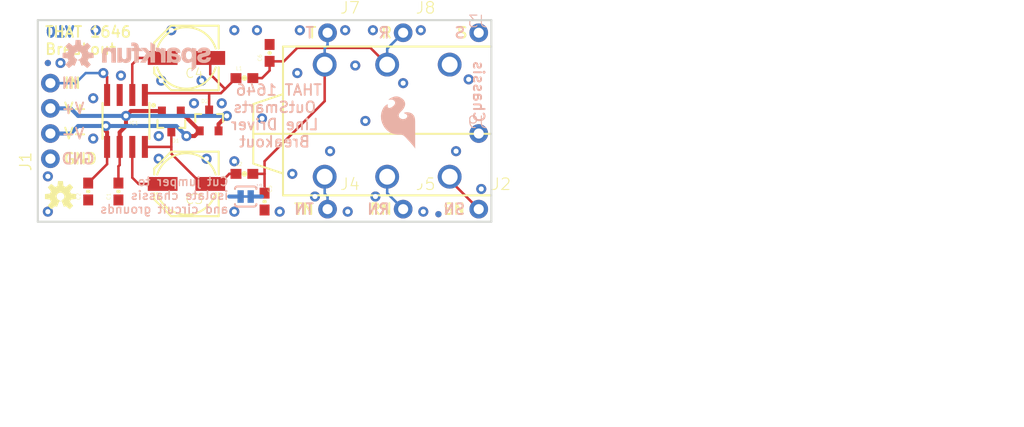
<source format=kicad_pcb>
(kicad_pcb (version 20211014) (generator pcbnew)
  (layers (0 "F.Cu" signal) (31 "B.Cu" signal) (34 "B.Paste" user) (35 "F.Paste" user) (36 "B.SilkS" user "B.Silkscreen") (37 "F.SilkS" user "F.Silkscreen") (38 "B.Mask" user) (39 "F.Mask" user) (44 "Edge.Cuts" user))
  (net 0 "")
  (net 1 "VNEG")
  (net 2 "GND")
  (net 3 "VCC")
  (net 4 "GND-ISO")
  (net 5 "N$8")
  (net 6 "N$9")
  (net 7 "N$10")
  (net 8 "N$11")
  (net 9 "N$13")
  (net 10 "N$14")
  (net 11 "N$16")
  (net 12 "N$1")
  (net 13 "N$2")
  (net 14 "N$3")
  (footprint "boardEagle:PANASONIC_D" (layer "F.Cu") (at 140.6271 111.3536 180)
    (fp_text reference "C3" (at -1.75 -1 180) (layer "F.SilkS") (effects (font (size 0.93472 0.93472) (thickness 0.08128)) (justify right top)))
    (fp_text value "10uf NP")
    (fp_line (start -3.25 3.25) (end -3.25 0.95) (layer "F.SilkS") (width 0.2032))
    (fp_line (start 3.25 0.95) (end 3.25 1.55) (layer "F.SilkS") (width 0.2032))
    (fp_line (start 3.25 -1.55) (end 3.25 -0.95) (layer "F.SilkS") (width 0.2032))
    (fp_line (start -3.25 -0.95) (end -3.25 -3.25) (layer "F.SilkS") (width 0.2032))
    (fp_line (start -3.25 -3.25) (end 1.55 -3.25) (layer "F.SilkS") (width 0.2032))
    (fp_line (start 1.55 -3.25) (end 3.25 -1.55) (layer "F.SilkS") (width 0.2032))
    (fp_line (start 1.55 3.25) (end -3.25 3.25) (layer "F.SilkS") (width 0.2032))
    (fp_line (start 3.25 1.55) (end 1.55 3.25) (layer "F.SilkS") (width 0.2032))
    (fp_arc (start 2.95 0.95) (mid 0 3.099193) (end -2.95 0.95) (layer "F.SilkS") (width 0.2032))
    (fp_arc (start -2.95 -0.95) (mid 0 -3.099193) (end 2.95 -0.95) (layer "F.SilkS") (width 0.2032))
    (pad "+" smd rect (at 2.4 0 180) (size 3 1.4) (layers "F.Cu" "F.Paste" "F.Mask") (net 10 "N$14"))
    (pad "-" smd rect (at -2.4 0 180) (size 3 1.4) (layers "F.Cu" "F.Paste" "F.Mask") (net 7 "N$10"))
  )
  (footprint "boardEagle:1X01_NO_SILK" (layer "F.Cu") (at 154.8511 113.8936)
    (fp_text reference "J4" (at 1.1938 -1.8288) (layer "F.SilkS") (effects (font (size 1.1684 1.1684) (thickness 0.1016)) (justify left bottom)))
    (fp_text value "TN")
    (pad "1" thru_hole circle (at 0 0 90) (size 1.8796 1.8796) (drill 1.016) (layers *.Cu *.Mask) (net 13 "N$2"))
  )
  (footprint "boardEagle:0603-CAP" (layer "F.Cu") (at 130.7211 112.1156 90)
    (fp_text reference "C2" (at -0.889 -0.762 90) (layer "F.SilkS") (effects (font (size 0.373888 0.373888) (thickness 0.032512)) (justify left bottom)))
    (fp_text value "0.1uF")
    (fp_line (start 0 -0.02794) (end 0 0.02794) (layer "F.SilkS") (width 0.381))
    (pad "1" smd rect (at -0.85 0 90) (size 1.1 1) (layers "F.Cu" "F.Paste" "F.Mask") (net 2 "GND"))
    (pad "2" smd rect (at 0.85 0 90) (size 1.1 1) (layers "F.Cu" "F.Paste" "F.Mask") (net 1 "VNEG"))
  )
  (footprint "boardEagle:SOT23-3" (layer "F.Cu") (at 142.9131 105.0036)
    (fp_text reference "D2" (at -0.8255 -1.778) (layer "F.SilkS") (effects (font (size 0.373888 0.373888) (thickness 0.032512)) (justify left bottom)))
    (fp_text value "BAV99")
    (fp_line (start 1.4 -0.7) (end 1.4 0.1) (layer "F.SilkS") (width 0.2032))
    (fp_line (start -1.4 -0.7) (end -1.4 0.1) (layer "F.SilkS") (width 0.2032))
    (fp_line (start -0.8 -0.7) (end -1.4 -0.7) (layer "F.SilkS") (width 0.2032))
    (fp_line (start 0.8 -0.7) (end 1.4 -0.7) (layer "F.SilkS") (width 0.2032))
    (pad "1" smd rect (at -0.95 1) (size 0.8 0.9) (layers "F.Cu" "F.Paste" "F.Mask") (net 1 "VNEG"))
    (pad "2" smd rect (at 0.95 1) (size 0.8 0.9) (layers "F.Cu" "F.Paste" "F.Mask") (net 3 "VCC"))
    (pad "3" smd rect (at 0 -1.1) (size 0.8 0.9) (layers "F.Cu" "F.Paste" "F.Mask") (net 8 "N$11"))
  )
  (footprint "boardEagle:CREATIVE_COMMONS" (layer "F.Cu") (at 142.1511 135.4836)
    (fp_text reference "FRAME1" hide)
    (fp_text value "FRAME-LETTER" hide)
  )
  (footprint "boardEagle:0603-CAP" (layer "F.Cu") (at 148.5011 113.1316 -90)
    (fp_text reference "C5" (at -0.889 -0.762 -90) (layer "F.SilkS") (effects (font (size 0.373888 0.373888) (thickness 0.032512)) (justify left bottom)))
    (fp_text value "100pF")
    (fp_line (start 0 -0.02794) (end 0 0.02794) (layer "F.SilkS") (width 0.381))
    (pad "1" smd rect (at -0.85 0 270) (size 1.1 1) (layers "F.Cu" "F.Paste" "F.Mask") (net 5 "N$8"))
    (pad "2" smd rect (at 0.85 0 270) (size 1.1 1) (layers "F.Cu" "F.Paste" "F.Mask") (net 4 "GND-ISO"))
  )
  (footprint "boardEagle:0603-CAP" (layer "F.Cu") (at 133.7691 112.1156 90)
    (fp_text reference "C1" (at -0.889 -0.762 90) (layer "F.SilkS") (effects (font (size 0.373888 0.373888) (thickness 0.032512)) (justify left bottom)))
    (fp_text value "0.1uF")
    (fp_line (start 0 -0.02794) (end 0 0.02794) (layer "F.SilkS") (width 0.381))
    (pad "1" smd rect (at -0.85 0 90) (size 1.1 1) (layers "F.Cu" "F.Paste" "F.Mask") (net 2 "GND"))
    (pad "2" smd rect (at 0.85 0 90) (size 1.1 1) (layers "F.Cu" "F.Paste" "F.Mask") (net 3 "VCC"))
  )
  (footprint "boardEagle:1X01_NO_SILK" (layer "F.Cu") (at 170.0911 113.8936)
    (fp_text reference "J2" (at 1.1938 -1.8288) (layer "F.SilkS") (effects (font (size 1.1684 1.1684) (thickness 0.1016)) (justify left bottom)))
    (fp_text value "SN")
    (pad "1" thru_hole circle (at 0 0 90) (size 1.8796 1.8796) (drill 1.016) (layers *.Cu *.Mask) (net 14 "N$3"))
  )
  (footprint "boardEagle:SO08" (layer "F.Cu") (at 134.5311 105.0036 180)
    (fp_text reference "IC1" (at -1.27 0 180) (layer "F.SilkS") (effects (font (size 0.373888 0.373888) (thickness 0.032512)) (justify right top)))
    (fp_text value "THAT1646")
    (fp_line (start -2.362 -1.803) (end -2.362 1.803) (layer "F.SilkS") (width 0.2032))
    (fp_line (start 2.362 1.803) (end 2.362 -1.803) (layer "F.SilkS") (width 0.2032))
    (fp_circle (center -2.7813 1.5748) (end -2.6377 1.5748) (layer "F.SilkS") (width 0.2032) (fill none))
    (pad "1" smd rect (at -1.905 2.6162 180) (size 0.6096 2.2098) (layers "F.Cu" "F.Paste" "F.Mask") (net 8 "N$11"))
    (pad "2" smd rect (at -0.635 2.6162 180) (size 0.6096 2.2098) (layers "F.Cu" "F.Paste" "F.Mask") (net 9 "N$13"))
    (pad "3" smd rect (at 0.635 2.6162 180) (size 0.6096 2.2098) (layers "F.Cu" "F.Paste" "F.Mask") (net 2 "GND"))
    (pad "4" smd rect (at 1.905 2.6162 180) (size 0.6096 2.2098) (layers "F.Cu" "F.Paste" "F.Mask") (net 11 "N$16"))
    (pad "5" smd rect (at 1.905 -2.6162 180) (size 0.6096 2.2098) (layers "F.Cu" "F.Paste" "F.Mask") (net 1 "VNEG"))
    (pad "6" smd rect (at 0.635 -2.6162 180) (size 0.6096 2.2098) (layers "F.Cu" "F.Paste" "F.Mask") (net 3 "VCC"))
    (pad "7" smd rect (at -0.635 -2.6162 180) (size 0.6096 2.2098) (layers "F.Cu" "F.Paste" "F.Mask") (net 10 "N$14"))
    (pad "8" smd rect (at -1.905 -2.6162 180) (size 0.6096 2.2098) (layers "F.Cu" "F.Paste" "F.Mask") (net 7 "N$10"))
  )
  (footprint "boardEagle:SOT23-3" (layer "F.Cu") (at 139.1031 105.0036 180)
    (fp_text reference "D1" (at -0.8255 -1.778 180) (layer "F.SilkS") (effects (font (size 0.373888 0.373888) (thickness 0.032512)) (justify right top)))
    (fp_text value "BAV99")
    (fp_line (start -1.4 -0.7) (end -1.4 0.1) (layer "F.SilkS") (width 0.2032))
    (fp_line (start 0.8 -0.7) (end 1.4 -0.7) (layer "F.SilkS") (width 0.2032))
    (fp_line (start 1.4 -0.7) (end 1.4 0.1) (layer "F.SilkS") (width 0.2032))
    (fp_line (start -0.8 -0.7) (end -1.4 -0.7) (layer "F.SilkS") (width 0.2032))
    (pad "1" smd rect (at -0.95 1 180) (size 0.8 0.9) (layers "F.Cu" "F.Paste" "F.Mask") (net 1 "VNEG"))
    (pad "2" smd rect (at 0.95 1 180) (size 0.8 0.9) (layers "F.Cu" "F.Paste" "F.Mask") (net 3 "VCC"))
    (pad "3" smd rect (at 0 -1.1 180) (size 0.8 0.9) (layers "F.Cu" "F.Paste" "F.Mask") (net 7 "N$10"))
  )
  (footprint "boardEagle:0603" (layer "F.Cu") (at 146.4691 100.6856)
    (fp_text reference "L1" (at -0.889 -0.762) (layer "F.SilkS") (effects (font (size 0.373888 0.373888) (thickness 0.032512)) (justify left bottom)))
    (fp_text value "27uH")
    (fp_circle (center 0 0) (end 0.0254 0) (layer "F.SilkS") (width 0.127) (fill none))
    (fp_circle (center 0 0) (end 0.218496 0) (layer "F.SilkS") (width 0.127) (fill none))
    (fp_circle (center 0 0) (end 0.127 0) (layer "F.SilkS") (width 0.127) (fill none))
    (pad "1" smd rect (at -0.85 0) (size 1.1 1) (layers "F.Cu" "F.Paste" "F.Mask") (net 8 "N$11"))
    (pad "2" smd rect (at 0.85 0) (size 1.1 1) (layers "F.Cu" "F.Paste" "F.Mask") (net 6 "N$9"))
  )
  (footprint "boardEagle:1X04_NO_SILK_ALL_ROUND" (layer "F.Cu") (at 126.9111 108.8136 90)
    (fp_text reference "J1" (at -1.3462 -1.8288 90) (layer "F.SilkS") (effects (font (size 1.143 1.143) (thickness 0.127)) (justify left bottom)))
    (fp_text value "1x4")
    (pad "1" thru_hole circle (at 0 0 180) (size 1.8796 1.8796) (drill 1.016) (layers *.Cu *.Mask) (net 2 "GND"))
    (pad "2" thru_hole circle (at 2.54 0 180) (size 1.8796 1.8796) (drill 1.016) (layers *.Cu *.Mask) (net 1 "VNEG"))
    (pad "3" thru_hole circle (at 5.08 0 180) (size 1.8796 1.8796) (drill 1.016) (layers *.Cu *.Mask) (net 3 "VCC"))
    (pad "4" thru_hole circle (at 7.62 0 180) (size 1.8796 1.8796) (drill 1.016) (layers *.Cu *.Mask) (net 11 "N$16"))
  )
  (footprint "boardEagle:0603-CAP" (layer "F.Cu") (at 149.0091 98.1456 90)
    (fp_text reference "C6" (at -0.889 -0.762 90) (layer "F.SilkS") (effects (font (size 0.373888 0.373888) (thickness 0.032512)) (justify left bottom)))
    (fp_text value "100pF")
    (fp_line (start 0 -0.02794) (end 0 0.02794) (layer "F.SilkS") (width 0.381))
    (pad "1" smd rect (at -0.85 0 90) (size 1.1 1) (layers "F.Cu" "F.Paste" "F.Mask") (net 6 "N$9"))
    (pad "2" smd rect (at 0.85 0 90) (size 1.1 1) (layers "F.Cu" "F.Paste" "F.Mask") (net 4 "GND-ISO"))
  )
  (footprint "boardEagle:AUDIO_JACK_0.25__TRS_PTH_RA" (layer "F.Cu") (at 171.3611 106.2736 180)
    (fp_text reference "J6" (at 7.62 1.778 180) (layer "F.SilkS") (effects (font (size 0.48768 0.48768) (thickness 0.12192)) (justify right top)))
    (fp_text value "OUTPUT")
    (fp_line (start 24 -0.03) (end 24 2.97) (layer "F.SilkS") (width 0.2032))
    (fp_line (start 24 2.97) (end 21 3.97) (layer "F.SilkS") (width 0.2032))
    (fp_line (start 24 -0.03) (end 24 -3.03) (layer "F.SilkS") (width 0.2032))
    (fp_line (start 21 -6.23) (end 0 -6.23) (layer "F.SilkS") (width 0.2032))
    (fp_line (start 0 8.77) (end 21 8.77) (layer "F.SilkS") (width 0.2032))
    (fp_line (start 0 -6.23) (end 0 8.77) (layer "F.SilkS") (width 0.127))
    (fp_line (start 24 -3.03) (end 21 -4.03) (layer "F.SilkS") (width 0.2032))
    (fp_line (start 21 3.97) (end 21 -4.03) (layer "F.SilkS") (width 0.2032))
    (fp_line (start 21 -4.03) (end 21 -6.23) (layer "F.SilkS") (width 0.2032))
    (fp_line (start 0.095 -0.03) (end 24 -0.03) (layer "F.SilkS") (width 0.2032))
    (fp_line (start 21 8.77) (end 21 3.97) (layer "F.SilkS") (width 0.2032))
    (pad "" np_thru_hole circle (at 7.4 -4 180) (size 2.2 2.2) (drill 2.2) (layers *.Cu *.Mask))
    (pad "" np_thru_hole circle (at 7.4 6.6 180) (size 2.2 2.2) (drill 2.2) (layers *.Cu *.Mask))
    (pad "RING" thru_hole circle (at 10.5 6.95 180) (size 2.4 2.4) (drill 1.6) (layers *.Cu *.Mask) (net 6 "N$9"))
    (pad "RING-NORM" thru_hole circle (at 10.5 -4.35 180) (size 2.4 2.4) (drill 1.6) (layers *.Cu *.Mask) (net 12 "N$1"))
    (pad "SLEEVE" thru_hole circle (at 4.2 6.95 180) (size 2.4 2.4) (drill 1.6) (layers *.Cu *.Mask) (net 4 "GND-ISO"))
    (pad "SLEEVE-NORM" thru_hole circle (at 4.2 -4.35 180) (size 2.4 2.4) (drill 1.6) (layers *.Cu *.Mask) (net 14 "N$3"))
    (pad "TIP" thru_hole circle (at 16.8 6.95 180) (size 2.4 2.4) (drill 1.6) (layers *.Cu *.Mask) (net 5 "N$8"))
    (pad "TIP-NORM" thru_hole circle (at 16.8 -4.35 180) (size 2.4 2.4) (drill 1.6) (layers *.Cu *.Mask) (net 13 "N$2"))
  )
  (footprint "boardEagle:1X01_NO_SILK" (layer "F.Cu") (at 162.4711 113.8936)
    (fp_text reference "J5" (at 1.1938 -1.8288) (layer "F.SilkS") (effects (font (size 1.1684 1.1684) (thickness 0.1016)) (justify left bottom)))
    (fp_text value "RN")
    (pad "1" thru_hole circle (at 0 0 90) (size 1.8796 1.8796) (drill 1.016) (layers *.Cu *.Mask) (net 12 "N$1"))
  )
  (footprint "boardEagle:0603" (layer "F.Cu") (at 146.4691 110.3376)
    (fp_text reference "L2" (at -0.889 -0.762) (layer "F.SilkS") (effects (font (size 0.373888 0.373888) (thickness 0.032512)) (justify left bottom)))
    (fp_text value "27uH")
    (fp_circle (center 0 0) (end 0.127 0) (layer "F.SilkS") (width 0.127) (fill none))
    (fp_circle (center 0 0) (end 0.0254 0) (layer "F.SilkS") (width 0.127) (fill none))
    (fp_circle (center 0 0) (end 0.218496 0) (layer "F.SilkS") (width 0.127) (fill none))
    (pad "1" smd rect (at -0.85 0) (size 1.1 1) (layers "F.Cu" "F.Paste" "F.Mask") (net 7 "N$10"))
    (pad "2" smd rect (at 0.85 0) (size 1.1 1) (layers "F.Cu" "F.Paste" "F.Mask") (net 5 "N$8"))
  )
  (footprint "boardEagle:OSHW-LOGO-S" (layer "F.Cu") (at 127.9271 112.6236)
    (fp_text reference "LOGO1" hide)
    (fp_text value "OSHW-LOGOS" hide)
    (fp_poly (pts (xy 0.301647 -1.061351) (xy 0.42347 -1.022344) (xy 0.537177 -0.963769) (xy 0.92862 -1.282946) (xy 1.282946 -0.92862) (xy 0.961035 -0.533823) (xy 1.057046 -0.302084) (xy 1.5638 -0.250561) (xy 1.5638 0.250561) (xy 1.057046 0.302084) (xy 0.961035 0.533823) (xy 1.282946 0.92862) (xy 0.92862 1.282946) (xy 0.537177 0.96377) (xy 0.356601 1.056794) (xy 0.088679 0.410073) (xy 0.326262 0.2176) (xy 0.373649 0.121468) (xy 0.392729 0.010339) (xy 0.379464 -0.101634) (xy 0.334947 -0.205229) (xy 0.262842 -0.291918) (xy 0.169087 -0.354561) (xy 0.061406 -0.387999) (xy -0.051342 -0.38948) (xy -0.159868 -0.358881) (xy -0.255234 -0.298724) (xy -0.329589 -0.213962) (xy -0.376813 -0.111569) (xy -0.392176 -0.005767) (xy -0.322923 0.222565) (xy -0.249312 0.303773) (xy 0.091677 0.5081) (xy -0.12929 0.5081) (xy -0.355332 1.053732) (xy -0.506597 0.983577) (xy -0.538922 0.965192) (xy -0.92862 1.282946) (xy -1.282946 0.92862) (xy -0.961035 0.533823) (xy -1.057046 0.302084) (xy -1.5638 0.250561) (xy -1.5638 -0.250561) (xy -1.057046 -0.302084) (xy -0.961035 -0.533823) (xy -1.282946 -0.92862) (xy -0.92862 -1.282946) (xy -0.533823 -0.961035) (xy -0.302084 -1.057046) (xy -0.250561 -1.5638) (xy 0.250561 -1.5638)) (layer "F.SilkS") (width 0) (fill solid))
  )
  (footprint "boardEagle:1X01_NO_SILK" (layer "F.Cu") (at 154.8511 96.1136)
    (fp_text reference "J7" (at 1.1938 -1.8288) (layer "F.SilkS") (effects (font (size 1.1684 1.1684) (thickness 0.1016)) (justify left bottom)))
    (fp_text value "T")
    (pad "1" thru_hole circle (at 0 0 90) (size 1.8796 1.8796) (drill 1.016) (layers *.Cu *.Mask) (net 5 "N$8"))
  )
  (footprint "boardEagle:PANASONIC_D" (layer "F.Cu") (at 140.6271 98.6536 180)
    (fp_text reference "C4" (at -1.75 -1 180) (layer "F.SilkS") (effects (font (size 0.93472 0.93472) (thickness 0.08128)) (justify right top)))
    (fp_text value "10uf NP")
    (fp_line (start 3.25 0.95) (end 3.25 1.55) (layer "F.SilkS") (width 0.2032))
    (fp_line (start -3.25 3.25) (end -3.25 0.95) (layer "F.SilkS") (width 0.2032))
    (fp_line (start 1.55 -3.25) (end 3.25 -1.55) (layer "F.SilkS") (width 0.2032))
    (fp_line (start 1.55 3.25) (end -3.25 3.25) (layer "F.SilkS") (width 0.2032))
    (fp_line (start -3.25 -3.25) (end 1.55 -3.25) (layer "F.SilkS") (width 0.2032))
    (fp_line (start -3.25 -0.95) (end -3.25 -3.25) (layer "F.SilkS") (width 0.2032))
    (fp_line (start 3.25 -1.55) (end 3.25 -0.95) (layer "F.SilkS") (width 0.2032))
    (fp_line (start 3.25 1.55) (end 1.55 3.25) (layer "F.SilkS") (width 0.2032))
    (fp_arc (start -2.95 -0.95) (mid 0 -3.099193) (end 2.95 -0.95) (layer "F.SilkS") (width 0.2032))
    (fp_arc (start 2.95 0.95) (mid 0 3.099193) (end -2.95 0.95) (layer "F.SilkS") (width 0.2032))
    (pad "+" smd rect (at 2.4 0 180) (size 3 1.4) (layers "F.Cu" "F.Paste" "F.Mask") (net 9 "N$13"))
    (pad "-" smd rect (at -2.4 0 180) (size 3 1.4) (layers "F.Cu" "F.Paste" "F.Mask") (net 8 "N$11"))
  )
  (footprint "boardEagle:1X01_NO_SILK" (layer "F.Cu") (at 162.4711 96.1136)
    (fp_text reference "J8" (at 1.1938 -1.8288) (layer "F.SilkS") (effects (font (size 1.1684 1.1684) (thickness 0.1016)) (justify left bottom)))
    (fp_text value "R")
    (pad "1" thru_hole circle (at 0 0 90) (size 1.8796 1.8796) (drill 1.016) (layers *.Cu *.Mask) (net 6 "N$9"))
  )
  (footprint "boardEagle:MICRO-FIDUCIAL" (layer "F.Cu") (at 166.0271 114.4016)
    (fp_text reference "FD4" hide)
    (fp_text value "FIDUCIALUFIDUCIAL" hide)
    (pad "1" smd roundrect (at 0 0) (size 0.635 0.635) (layers "F.Cu" "F.Mask") (roundrect_rratio 0.5))
  )
  (footprint "boardEagle:MICRO-FIDUCIAL" (layer "F.Cu") (at 126.6571 99.1616)
    (fp_text reference "FD3" hide)
    (fp_text value "FIDUCIALUFIDUCIAL" hide)
    (pad "1" smd roundrect (at 0 0) (size 0.635 0.635) (layers "F.Cu" "F.Mask") (roundrect_rratio 0.5))
  )
  (footprint "boardEagle:1X01_NO_SILK" (layer "B.Cu") (at 170.0911 96.1136 180)
    (fp_text reference "J3" (at 1.1938 1.8288) (layer "B.SilkS") (effects (font (size 1.1684 1.1684) (thickness 0.1016)) (justify right top mirror)))
    (fp_text value "S")
    (pad "1" thru_hole circle (at 0 0 90) (size 1.8796 1.8796) (drill 1.016) (layers *.Cu *.Mask) (net 4 "GND-ISO"))
  )
  (footprint "boardEagle:MICRO-FIDUCIAL" (layer "B.Cu") (at 126.6571 99.1616 180)
    (fp_text reference "FD1" hide)
    (fp_text value "FIDUCIALUFIDUCIAL" hide)
    (pad "1" smd roundrect (at 0 0 180) (size 0.635 0.635) (layers "B.Cu" "B.Mask") (roundrect_rratio 0.5))
  )
  (footprint "boardEagle:OSHW-LOGO-S" (layer "B.Cu") (at 129.7051 98.3996 180)
    (fp_text reference "LOGO2" hide)
    (fp_text value "OSHW-LOGOS" hide)
    (fp_poly (pts (xy 0.301647 1.061351) (xy 0.42347 1.022344) (xy 0.537177 0.963769) (xy 0.92862 1.282946) (xy 1.282946 0.92862) (xy 0.961035 0.533823) (xy 1.057046 0.302084) (xy 1.5638 0.250561) (xy 1.5638 -0.250561) (xy 1.057046 -0.302084) (xy 0.961035 -0.533823) (xy 1.282946 -0.92862) (xy 0.92862 -1.282946) (xy 0.537177 -0.96377) (xy 0.356601 -1.056794) (xy 0.088679 -0.410073) (xy 0.326262 -0.2176) (xy 0.373649 -0.121468) (xy 0.392729 -0.010339) (xy 0.379464 0.101634) (xy 0.334947 0.205229) (xy 0.262842 0.291918) (xy 0.169087 0.354561) (xy 0.061406 0.387999) (xy -0.051342 0.38948) (xy -0.159868 0.358881) (xy -0.255234 0.298724) (xy -0.329589 0.213962) (xy -0.376813 0.111569) (xy -0.392176 0.005767) (xy -0.322923 -0.222565) (xy -0.249312 -0.303773) (xy 0.091677 -0.5081) (xy -0.12929 -0.5081) (xy -0.355332 -1.053732) (xy -0.506597 -0.983577) (xy -0.538922 -0.965192) (xy -0.92862 -1.282946) (xy -1.282946 -0.92862) (xy -0.961035 -0.533823) (xy -1.057046 -0.302084) (xy -1.5638 -0.250561) (xy -1.5638 0.250561) (xy -1.057046 0.302084) (xy -0.961035 0.533823) (xy -1.282946 0.92862) (xy -0.92862 1.282946) (xy -0.533823 0.961035) (xy -0.302084 1.057046) (xy -0.250561 1.5638) (xy 0.250561 1.5638)) (layer "B.SilkS") (width 0) (fill solid))
  )
  (footprint "boardEagle:PAD-JUMPER-2-NC_BY_TRACE_YES_SILK" (layer "B.Cu") (at 146.5961 112.6236 180)
    (fp_text reference "JP1" (at -0.9525 1.27) (layer "B.SilkS") (effects (font (size 0.373888 0.373888) (thickness 0.032512)) (justify right top mirror)))
    (fp_text value "GND-JOIN")
    (fp_line (start -0.381 0) (end 0.381 0) (layer "B.Cu") (width 0.254))
    (fp_line (start 0.8255 -1.016) (end -0.8255 -1.016) (layer "B.SilkS") (width 0.2032))
    (fp_line (start -0.8255 1.016) (end 0.8255 1.016) (layer "B.SilkS") (width 0.2032))
    (fp_arc (start -1.0795 -0.762) (mid -1.005105 -0.941605) (end -0.8255 -1.016) (layer "B.SilkS") (width 0.2032))
    (fp_arc (start 1.0795 0.762) (mid 1.005105 0.941605) (end 0.8255 1.016) (layer "B.SilkS") (width 0.2032))
    (fp_arc (start 0.8255 -1.016) (mid 1.005105 -0.941605) (end 1.0795 -0.762) (layer "B.SilkS") (width 0.2032))
    (fp_arc (start -0.8255 1.016) (mid -1.005105 0.941605) (end -1.0795 0.762) (layer "B.SilkS") (width 0.2032))
    (pad "1" smd rect (at -0.508 0 180) (size 0.635 1.27) (layers "B.Cu" "B.Mask") (net 4 "GND-ISO"))
    (pad "2" smd rect (at 0.508 0 180) (size 0.635 1.27) (layers "B.Cu" "B.Mask") (net 2 "GND"))
  )
  (footprint "boardEagle:1X01_NO_SILK" (layer "B.Cu") (at 170.0911 106.2736 180)
    (fp_text reference "J9" (at 1.1938 1.8288) (layer "B.SilkS") (effects (font (size 1.1684 1.1684) (thickness 0.1016)) (justify right top mirror)))
    (fp_text value "Chassis")
    (pad "1" thru_hole circle (at 0 0 90) (size 1.8796 1.8796) (drill 1.016) (layers *.Cu *.Mask) (net 4 "GND-ISO"))
  )
  (footprint "boardEagle:MICRO-FIDUCIAL" (layer "B.Cu") (at 166.0271 114.4016 180)
    (fp_text reference "FD2" hide)
    (fp_text value "FIDUCIALUFIDUCIAL" hide)
    (pad "1" smd roundrect (at 0 0 180) (size 0.635 0.635) (layers "B.Cu" "B.Mask") (roundrect_rratio 0.5))
  )
  (footprint "boardEagle:SFE_LOGO_FLAME_.2" (layer "B.Cu") (at 163.9951 107.9246 180)
    (fp_text reference "LOGO4" hide)
    (fp_text value "SFE_LOGO_FLAME.2_INCH" hide)
    (fp_poly (pts (xy 2.356124 5.387841) (xy 2.54221 5.336151) (xy 2.696765 5.274329) (xy 2.820715 5.202025) (xy 2.891641 5.151363) (xy 3.025836 5.0619) (xy 2.88531 5.0619) (xy 2.845311 5.0719) (xy 2.72211 5.0719) (xy 2.636752 5.062416) (xy 2.563301 5.044053) (xy 2.491409 5.008107) (xy 2.417637 4.943557) (xy 2.382274 4.899352) (xy 2.354785 4.844375) (xy 2.336905 4.799676) (xy 2.328626 4.75) (xy 2.337228 4.698388) (xy 2.355 4.636185) (xy 2.392012 4.580668) (xy 2.440009 4.503873) (xy 2.485908 4.457974) (xy 2.55352 4.400021) (xy 2.689709 4.302743) (xy 2.763874 4.265661) (xy 2.895336 4.2281) (xy 2.952181 4.2281) (xy 3.008246 4.252128) (xy 3.049745 4.293627) (xy 3.073607 4.333397) (xy 3.09127 4.439377) (xy 3.0819 4.486227) (xy 3.0819 4.618742) (xy 3.303873 4.480009) (xy 3.480861 4.303021) (xy 3.614896 4.055572) (xy 3.717119 3.769347) (xy 3.768264 3.431786) (xy 3.747805 3.073743) (xy 3.645669 2.706055) (xy 3.452264 2.329424) (xy 3.308996 2.145223) (xy 3.155643 1.981646) (xy 2.981788 1.848698) (xy 2.788079 1.726356) (xy 2.582909 1.634029) (xy 2.357412 1.57253) (xy 2.112372 1.5419) (xy 1.725104 1.5419) (xy 1.622976 1.514047) (xy 1.518969 1.466771) (xy 1.42376 1.400124) (xy 1.326228 1.312346) (xy 1.218056 1.204174) (xy 1.108517 1.074719) (xy 0.977919 0.934075) (xy 0.858086 0.804255) (xy 0.748687 0.684911) (xy 0.648805 0.565052) (xy 0.559226 0.465519) (xy 0.489518 0.375893) (xy 0.427975 0.304094) (xy 0.391313 0.267431) (xy 0.3119 0.108606) (xy 0.3119 2.841002) (xy 0.322025 3.033368) (xy 0.342559 3.197641) (xy 0.384528 3.344532) (xy 0.44803 3.460954) (xy 0.521382 3.555263) (xy 0.605727 3.639608) (xy 0.702167 3.703902) (xy 0.807873 3.746184) (xy 0.921241 3.777103) (xy 1.026227 3.7981) (xy 1.212708 3.7981) (xy 1.289909 3.787071) (xy 1.34311 3.765791) (xy 1.366183 3.7581) (xy 1.461982 3.7581) (xy 1.382569 3.678687) (xy 1.357039 3.665922) (xy 1.315621 3.645214) (xy 1.268829 3.626497) (xy 1.233336 3.599877) (xy 1.185451 3.561569) (xy 1.148854 3.524972) (xy 1.12419 3.492086) (xy 1.1081 3.443817) (xy 1.1081 3.385336) (xy 1.125661 3.323874) (xy 1.151313 3.272569) (xy 1.205908 3.217974) (xy 1.269129 3.163785) (xy 1.351037 3.136482) (xy 1.455104 3.1081) (xy 1.604664 3.1081) (xy 1.733815 3.145) (xy 1.84488 3.219044) (xy 1.926058 3.309241) (xy 1.9619 3.425729) (xy 1.9619 3.551547) (xy 1.897724 3.689068) (xy 1.772099 3.834019) (xy 1.601271 4.004847) (xy 1.467539 4.179728) (xy 1.374405 4.365995) (xy 1.3219 4.544513) (xy 1.3219 4.726526) (xy 1.385749 4.907432) (xy 1.501641 5.076002) (xy 1.67885 5.221939) (xy 1.916748 5.34606) (xy 2.146668 5.398314)) (layer "B.SilkS") (width 0) (fill solid))
  )
  (footprint "boardEagle:SFE_LOGO_NAME_.1" (layer "B.Cu") (at 143.5481 100.4316 180)
    (fp_text reference "LOGO5" hide)
    (fp_text value "SFE_LOGO_NAME.1_INCH" hide)
    (fp_poly (pts (xy 1.263449 2.827944) (xy 1.377272 2.817596) (xy 1.484898 2.785308) (xy 1.580778 2.732042) (xy 1.666049 2.668089) (xy 1.742958 2.580192) (xy 1.786799 2.470589) (xy 1.815652 2.3119) (xy 1.368765 2.3119) (xy 1.352817 2.391643) (xy 1.345598 2.42052) (xy 1.297431 2.468687) (xy 1.266699 2.484053) (xy 1.231643 2.492817) (xy 1.186228 2.5019) (xy 1.106183 2.5019) (xy 1.076183 2.4919) (xy 1.036183 2.4919) (xy 1.016888 2.485468) (xy 0.972011 2.45555) (xy 0.966606 2.439335) (xy 0.95904 2.409071) (xy 0.965665 2.375947) (xy 0.987214 2.347214) (xy 1.017914 2.32419) (xy 1.071265 2.306406) (xy 1.20764 2.267442) (xy 1.287009 2.25752) (xy 1.368733 2.237089) (xy 1.460875 2.216613) (xy 1.544201 2.185366) (xy 1.617011 2.154161) (xy 1.691815 2.111416) (xy 1.758636 2.055732) (xy 1.804134 1.987485) (xy 1.837342 1.898929) (xy 1.848262 1.800648) (xy 1.837415 1.659637) (xy 1.783017 1.55084) (xy 1.718081 1.453436) (xy 1.630112 1.387459) (xy 1.525079 1.334943) (xy 1.409724 1.292995) (xy 1.283153 1.2719) (xy 1.036847 1.2719) (xy 0.910276 1.292995) (xy 0.794921 1.334943) (xy 0.689888 1.387459) (xy 0.603058 1.452581) (xy 0.526244 1.551343) (xy 0.482995 1.670276) (xy 0.455024 1.8381) (xy 0.902276 1.8381) (xy 0.91664 1.751914) (xy 0.934786 1.715621) (xy 0.951407 1.67407) (xy 0.978829 1.653504) (xy 1.070903 1.616674) (xy 1.116852 1.607484) (xy 1.168449 1.598885) (xy 1.20531 1.6081) (xy 1.242663 1.6081) (xy 1.288251 1.626335) (xy 1.32052 1.634402) (xy 1.368687 1.682569) (xy 1.3819 1.708995) (xy 1.3819 1.745311) (xy 1.374639 1.774357) (xy 1.360393 1.795725) (xy 1.336373 1.819745) (xy 1.294706 1.844745) (xy 1.16063 1.883053) (xy 1.072113 1.902723) (xy 0.969507 1.923244) (xy 0.888652 1.953565) (xy 0.808654 1.973564) (xy 0.723755 2.005401) (xy 0.646667 2.049451) (xy 0.593059 2.103059) (xy 0.537224 2.158895) (xy 0.502751 2.250823) (xy 0.491535 2.340544) (xy 0.513006 2.480102) (xy 0.556968 2.590006) (xy 0.623794 2.667971) (xy 0.709222 2.732042) (xy 0.805102 2.785308) (xy 0.912728 2.817596) (xy 1.026693 2.827956) (xy 1.150144 2.838244)) (layer "B.SilkS") (width 0) (fill solid))
    (fp_poly (pts (xy 8.9581 1.882707) (xy 8.967231 1.81879) (xy 8.985791 1.76311) (xy 9.00247 1.721412) (xy 9.035028 1.688854) (xy 9.065947 1.665665) (xy 9.106435 1.657568) (xy 9.17 1.648487) (xy 9.23415 1.657651) (xy 9.286603 1.666393) (xy 9.326373 1.690255) (xy 9.369745 1.733627) (xy 9.394745 1.775294) (xy 9.412487 1.837389) (xy 9.422109 1.923991) (xy 9.4319 2.021901) (xy 9.4319 2.7981) (xy 9.8881 2.7981) (xy 9.8881 1.3019) (xy 9.4419 1.3019) (xy 9.4419 1.432728) (xy 9.415451 1.411569) (xy 9.363624 1.359743) (xy 9.306016 1.325178) (xy 9.242048 1.303855) (xy 9.179212 1.28291) (xy 9.115827 1.272346) (xy 9.04 1.261513) (xy 8.892264 1.282618) (xy 8.775527 1.314456) (xy 8.67813 1.368565) (xy 8.600015 1.435521) (xy 8.544692 1.535102) (xy 8.512895 1.641091) (xy 8.4919 1.756565) (xy 8.4919 2.7981) (xy 8.9581 2.7981)) (layer "B.SilkS") (width 0) (fill solid))
    (fp_poly (pts (xy 6.0081 2.795782) (xy 6.0081 2.3819) (xy 5.951006 2.3819) (xy 5.931005 2.3919) (xy 5.831901 2.3919) (xy 5.736548 2.382365) (xy 5.665643 2.364639) (xy 5.614275 2.330393) (xy 5.562128 2.278246) (xy 5.506422 2.148266) (xy 5.4881 2.065817) (xy 5.4881 1.3019) (xy 5.0219 1.3019) (xy 5.0219 2.721235) (xy 5.102528 2.73736) (xy 5.151643 2.747183) (xy 5.19531 2.7581) (xy 5.246228 2.7581) (xy 5.291643 2.767183) (xy 5.331639 2.777182) (xy 5.381643 2.787183) (xy 5.4681 2.808798) (xy 5.4681 2.625835) (xy 5.480392 2.644273) (xy 5.535727 2.699608) (xy 5.598866 2.741701) (xy 5.663815 2.785) (xy 5.739533 2.806634) (xy 5.814664 2.8281) (xy 5.975782 2.8281)) (layer "B.SilkS") (width 0) (fill solid))
    (fp_poly (pts (xy 4.393156 2.8181) (xy 4.443773 2.8181) (xy 4.499798 2.806895) (xy 4.560665 2.786606) (xy 4.601749 2.776335) (xy 4.655621 2.754786) (xy 4.700112 2.732541) (xy 4.745026 2.698855) (xy 4.786941 2.656941) (xy 4.822471 2.621411) (xy 4.844785 2.565625) (xy 4.86664 2.521915) (xy 4.877582 2.456264) (xy 4.8881 2.393153) (xy 4.8881 1.498995) (xy 4.8981 1.478994) (xy 4.8981 1.438995) (xy 4.9081 1.418994) (xy 4.9081 1.408995) (xy 4.9181 1.388994) (xy 4.9181 1.378995) (xy 4.9281 1.358994) (xy 4.9281 1.3019) (xy 4.4619 1.3019) (xy 4.4619 1.344218) (xy 4.4519 1.354218) (xy 4.4519 1.364218) (xy 4.4419 1.374218) (xy 4.4419 1.392143) (xy 4.416889 1.375469) (xy 4.386888 1.365468) (xy 4.35916 1.346983) (xy 4.339157 1.336981) (xy 4.306889 1.315469) (xy 4.27066 1.303392) (xy 4.230665 1.293394) (xy 4.196183 1.2819) (xy 4.166183 1.2819) (xy 4.136183 1.2719) (xy 4.066183 1.2719) (xy 4.036183 1.2619) (xy 3.946227 1.2619) (xy 3.896228 1.2719) (xy 3.841006 1.2719) (xy 3.796699 1.294053) (xy 3.756702 1.304052) (xy 3.712961 1.325922) (xy 3.67084 1.346983) (xy 3.635727 1.370392) (xy 3.603059 1.403059) (xy 3.571145 1.434974) (xy 3.537459 1.479888) (xy 3.514052 1.526702) (xy 3.503038 1.570759) (xy 3.492818 1.611639) (xy 3.4819 1.666227) (xy 3.4819 1.721728) (xy 3.492457 1.837853) (xy 3.525667 1.937483) (xy 3.58083 2.014711) (xy 3.646667 2.080549) (xy 3.723755 2.124599) (xy 3.809125 2.156613) (xy 3.90349 2.177583) (xy 4.014955 2.191516) (xy 4.117879 1.921342) (xy 3.992569 1.858687) (xy 3.961313 1.827431) (xy 3.9481 1.801005) (xy 3.9481 1.763817) (xy 3.941135 1.742923) (xy 3.9481 1.728994) (xy 3.9481 1.706183) (xy 3.9581 1.676183) (xy 3.9581 1.668995) (xy 3.961313 1.662569) (xy 3.982569 1.641313) (xy 4.002569 1.631313) (xy 4.012569 1.621313) (xy 4.018995 1.6181) (xy 4.038994 1.6181) (xy 4.058995 1.6081) (xy 4.195311 1.6081) (xy 4.304357 1.635361) (xy 4.325725 1.649607) (xy 4.366699 1.690581) (xy 4.376699 1.720581) (xy 4.3967 1.740582) (xy 4.4019 1.756183) (xy 4.4019 1.788994) (xy 4.4119 1.808995) (xy 4.4119 1.838994) (xy 4.4219 1.858995) (xy 4.4219 1.968018) (xy 4.415782 1.9619) (xy 4.388995 1.9619) (xy 4.377039 1.955922) (xy 4.348994 1.9419) (xy 4.258472 1.9419) (xy 4.205106 2.222073) (xy 4.31121 2.237231) (xy 4.362086 2.25419) (xy 4.392786 2.277214) (xy 4.414335 2.305947) (xy 4.4219 2.343772) (xy 4.4219 2.363817) (xy 4.4119 2.393817) (xy 4.4119 2.411005) (xy 4.398687 2.437431) (xy 4.377431 2.458687) (xy 4.331005 2.4819) (xy 4.311006 2.4819) (xy 4.291005 2.4919) (xy 4.221006 2.4919) (xy 4.207077 2.498865) (xy 4.186183 2.4919) (xy 4.136183 2.4919) (xy 4.106183 2.4819) (xy 4.088995 2.4819) (xy 4.062569 2.468687) (xy 4.011313 2.417431) (xy 3.9981 2.391005) (xy 3.9981 2.361006) (xy 3.9881 2.341005) (xy 3.9881 2.2819) (xy 3.51607 2.2819) (xy 3.532432 2.396435) (xy 3.543105 2.449798) (xy 3.565178 2.516016) (xy 3.598341 2.571288) (xy 3.631145 2.615026) (xy 3.674974 2.658855) (xy 3.71714 2.69048) (xy 3.758712 2.721659) (xy 3.813016 2.754241) (xy 3.86585 2.775375) (xy 3.919674 2.796905) (xy 4.043736 2.817582) (xy 4.106847 2.8281) (xy 4.333153 2.8281)) (layer "B.SilkS") (width 0) (fill solid))
    (fp_poly (pts (xy 8.346183 3.3281) (xy 8.4781 3.3281) (xy 8.4781 2.9619) (xy 8.266183 2.9619) (xy 8.214619 2.944712) (xy 8.211154 2.94298) (xy 8.205289 2.925383) (xy 8.195947 2.906699) (xy 8.1881 2.875311) (xy 8.1881 2.7981) (xy 8.4581 2.7981) (xy 8.4581 2.4619) (xy 8.1881 2.4619) (xy 8.1881 1.3019) (xy 7.7219 1.3019) (xy 7.7219 2.4619) (xy 7.288018 2.4619) (xy 7.383059 2.556941) (xy 7.414974 2.588855) (xy 7.452786 2.617214) (xy 7.481145 2.655026) (xy 7.513059 2.686941) (xy 7.544974 2.718855) (xy 7.582786 2.747214) (xy 7.62095 2.7981) (xy 7.7219 2.7981) (xy 7.7219 2.87211) (xy 7.732416 2.966754) (xy 7.754312 3.05434) (xy 7.798584 3.131815) (xy 7.851837 3.195719) (xy 7.918895 3.262776) (xy 8.007823 3.296125) (xy 8.112728 3.327596) (xy 8.228272 3.3381) (xy 8.316183 3.3381)) (layer "B.SilkS") (width 0) (fill solid))
    (fp_poly (pts (xy 3.440843 2.077038) (xy 3.427907 1.895944) (xy 3.407032 1.749817) (xy 3.33984 1.588556) (xy 2.935443 1.77886) (xy 2.962479 1.887004) (xy 2.972164 1.964486) (xy 2.986 2.089008)) (layer "B.SilkS") (width 0) (fill solid))
    (fp_poly (pts (xy 6.5481 2.344647) (xy 6.98377 2.7981) (xy 7.553235 2.7981) (xy 6.979019 2.234719) (xy 7.590534 1.3019) (xy 7.028601 1.3019) (xy 6.652679 1.918797) (xy 6.5481 1.814218) (xy 6.5481 1.3019) (xy 6.0919 1.3019) (xy 6.0919 3.101967) (xy 6.5481 3.366082)) (layer "B.SilkS") (width 0) (fill solid))
    (fp_poly (pts (xy 11.017334 2.817439) (xy 11.144113 2.785744) (xy 11.243168 2.730714) (xy 11.310714 2.663168) (xy 11.364478 2.566392) (xy 11.40744 2.458987) (xy 11.417967 2.343186) (xy 11.4281 2.211463) (xy 11.4281 1.3019) (xy 10.9619 1.3019) (xy 10.9619 2.217293) (xy 10.952769 2.28121) (xy 10.935177 2.333987) (xy 10.908344 2.378708) (xy 10.882786 2.412786) (xy 10.854573 2.433945) (xy 10.74955 2.451449) (xy 10.623004 2.433371) (xy 10.585475 2.410854) (xy 10.551349 2.368197) (xy 10.525255 2.324706) (xy 10.506947 2.26063) (xy 10.4881 2.175817) (xy 10.4881 1.3019) (xy 10.0219 1.3019) (xy 10.0219 2.581058) (xy 10.033958 2.7981) (xy 10.4681 2.7981) (xy 10.4681 2.666115) (xy 10.493944 2.69842) (xy 10.55962 2.742204) (xy 10.613984 2.774822) (xy 10.677952 2.796145) (xy 10.740788 2.81709) (xy 10.803736 2.827582) (xy 10.869552 2.838551)) (layer "B.SilkS") (width 0) (fill solid))
    (fp_poly (pts (xy 4.332821 1.958813) (xy 4.278994 1.9319) (xy 4.236183 1.9319) (xy 4.206183 1.9219) (xy 4.166183 1.9219) (xy 4.136183 1.9119) (xy 4.118995 1.9119) (xy 4.098994 1.9019) (xy 4.043743 1.9019) (xy 3.938703 2.17763) (xy 4.073746 2.20764) (xy 4.165514 2.217836) (xy 4.280739 2.232239)) (layer "B.SilkS") (width 0) (fill solid))
    (fp_poly (pts (xy 2.929338 2.817229) (xy 3.067237 2.764191) (xy 3.183983 2.689898) (xy 3.280426 2.593455) (xy 3.354458 2.466544) (xy 3.40663 2.330896) (xy 3.4381 2.184036) (xy 3.4381 2.000884) (xy 2.986257 2.012775) (xy 2.972194 2.125274) (xy 2.96275 2.200824) (xy 2.934631 2.275809) (xy 2.907172 2.33988) (xy 2.864269 2.391364) (xy 2.811775 2.42636) (xy 2.749939 2.452861) (xy 2.679736 2.461636) (xy 2.599817 2.452756) (xy 2.538225 2.42636) (xy 2.485732 2.391364) (xy 2.442828 2.33988) (xy 2.416222 2.277799) (xy 2.3781 2.125311) (xy 2.3781 1.964689) (xy 2.415361 1.815643) (xy 2.487474 1.707474) (xy 2.538225 1.67364) (xy 2.599817 1.647244) (xy 2.68 1.638334) (xy 2.760183 1.647244) (xy 2.821775 1.67364) (xy 2.872526 1.707474) (xy 2.966513 1.848455) (xy 3.375374 1.65605) (xy 3.279898 1.506017) (xy 3.184582 1.4107) (xy 3.078029 1.336113) (xy 2.938292 1.282368) (xy 2.781269 1.2719) (xy 2.716847 1.2719) (xy 2.650788 1.28291) (xy 2.587952 1.303855) (xy 2.523984 1.325178) (xy 2.4682 1.358648) (xy 2.414551 1.401567) (xy 2.3981 1.418018) (xy 2.3981 0.420728) (xy 2.284551 0.511567) (xy 2.234549 0.561569) (xy 2.186199 0.600249) (xy 2.134551 0.641567) (xy 2.044549 0.731569) (xy 1.994551 0.771567) (xy 1.9319 0.834218) (xy 1.9319 2.721235) (xy 2.011643 2.737183) (xy 2.051639 2.747182) (xy 2.106227 2.7581) (xy 2.146228 2.7581) (xy 2.241643 2.777183) (xy 2.281639 2.787182) (xy 2.3781 2.806475) (xy 2.3781 2.688615) (xy 2.394526 2.709148) (xy 2.450398 2.74267) (xy 2.501652 2.773423) (xy 2.568085 2.80664) (xy 2.633736 2.817582) (xy 2.693736 2.827582) (xy 2.759215 2.838495)) (layer "B.SilkS") (width 0) (fill solid))
  )
  (gr_line (start 125.6411 94.8436) (end 125.6411 115.1636) (layer "Edge.Cuts") (width 0.2032))
  (gr_line (start 125.6411 115.1636) (end 171.3611 115.1636) (layer "Edge.Cuts") (width 0.2032))
  (gr_line (start 171.3611 94.8436) (end 125.6411 94.8436) (layer "Edge.Cuts") (width 0.2032))
  (gr_line (start 171.3611 115.1636) (end 171.3611 94.8436) (layer "Edge.Cuts") (width 0.2032))
  (gr_text "V10" (at 129.4511 96.6216) (layer "B.Cu") (effects (font (size 1.016 1.016) (thickness 0.254)) (justify left bottom mirror)))
  (gr_text "RN" (at 161.2011 113.8936) (layer "B.SilkS") (effects (font (size 1.0795 1.0795) (thickness 0.1905)) (justify left mirror)))
  (gr_text "R" (at 161.2011 96.1136) (layer "B.SilkS") (effects (font (size 1.0795 1.0795) (thickness 0.1905)) (justify left mirror)))
  (gr_text "THAT 1646 \nOutSmarts\nLine Driver\nBreakout" (at 149.5171 104.4956) (layer "B.SilkS") (effects (font (size 1.0795 1.0795) (thickness 0.1905)) (justify mirror)))
  (gr_text "Cut jumper to\nisolate chassis\nand circuit grounds" (at 144.9451 114.4016) (layer "B.SilkS") (effects (font (size 0.8636 0.8636) (thickness 0.1524)) (justify left bottom mirror)))
  (gr_text "S" (at 168.8211 96.1136) (layer "B.SilkS") (effects (font (size 1.0795 1.0795) (thickness 0.1905)) (justify left mirror)))
  (gr_text "GND" (at 127.9271 108.8136) (layer "B.SilkS") (effects (font (size 1.0795 1.0795) (thickness 0.1905)) (justify right mirror)))
  (gr_text "TN" (at 153.5811 113.8936) (layer "B.SilkS") (effects (font (size 1.0795 1.0795) (thickness 0.1905)) (justify left mirror)))
  (gr_text "Chassis" (at 170.0911 105.2576 -90) (layer "B.SilkS") (effects (font (size 1.0795 1.0795) (thickness 0.1905)) (justify left mirror)))
  (gr_text "T" (at 153.5811 96.1136) (layer "B.SilkS") (effects (font (size 1.0795 1.0795) (thickness 0.1905)) (justify left mirror)))
  (gr_text "V-" (at 127.9271 106.2736) (layer "B.SilkS") (effects (font (size 1.0795 1.0795) (thickness 0.1905)) (justify right mirror)))
  (gr_text "V+" (at 127.9271 103.7336) (layer "B.SilkS") (effects (font (size 1.0795 1.0795) (thickness 0.1905)) (justify right mirror)))
  (gr_text "IN" (at 127.9271 101.1936) (layer "B.SilkS") (effects (font (size 1.0795 1.0795) (thickness 0.1905)) (justify right mirror)))
  (gr_text "SN" (at 168.8211 113.8936) (layer "B.SilkS") (effects (font (size 1.0795 1.0795) (thickness 0.1905)) (justify left mirror)))
  (gr_text "TN" (at 153.5811 113.8936) (layer "F.SilkS") (effects (font (size 1.0795 1.0795) (thickness 0.1905)) (justify right)))
  (gr_text "T" (at 153.8351 96.1136) (layer "F.SilkS") (effects (font (size 1.0795 1.0795) (thickness 0.1905)) (justify right)))
  (gr_text "GND" (at 128.1811 108.8136) (layer "F.SilkS") (effects (font (size 1.0795 1.0795) (thickness 0.1905)) (justify left)))
  (gr_text "SN" (at 168.8211 113.8936) (layer "F.SilkS") (effects (font (size 1.0795 1.0795) (thickness 0.1905)) (justify right)))
  (gr_text "S" (at 169.0751 96.1136) (layer "F.SilkS") (effects (font (size 1.0795 1.0795) (thickness 0.1905)) (justify right)))
  (gr_text "IN" (at 128.1811 101.1936) (layer "F.SilkS") (effects (font (size 1.0795 1.0795) (thickness 0.1905)) (justify left)))
  (gr_text "V-" (at 128.1811 106.2736) (layer "F.SilkS") (effects (font (size 1.0795 1.0795) (thickness 0.1905)) (justify left)))
  (gr_text "V+" (at 128.1811 103.7336) (layer "F.SilkS") (effects (font (size 1.0795 1.0795) (thickness 0.1905)) (justify left)))
  (gr_text "THAT 1646 \nBreakout" (at 126.2761 98.3996) (layer "F.SilkS") (effects (font (size 1.0795 1.0795) (thickness 0.1905)) (justify left bottom)))
  (gr_text "R" (at 161.4551 96.1136) (layer "F.SilkS") (effects (font (size 1.0795 1.0795) (thickness 0.1905)) (justify right)))
  (gr_text "RN" (at 161.4551 113.8936) (layer "F.SilkS") (effects (font (size 1.0795 1.0795) (thickness 0.1905)) (justify right)))
  (segment (start 140.6271 106.5276) (end 141.4391 106.5276) (width 0.4064) (layer "F.Cu") (net 1))
  (segment (start 132.6261 106.1466) (end 132.4991 106.0196) (width 0.4064) (layer "F.Cu") (net 1))
  (segment (start 132.6261 107.6198) (end 132.6261 106.1466) (width 0.4064) (layer "F.Cu") (net 1))
  (segment (start 141.4391 106.5276) (end 141.9631 106.0036) (width 0.4064) (layer "F.Cu") (net 1))
  (segment (start 140.0531 104.0936) (end 141.9631 106.0036) (width 0.4064) (layer "F.Cu") (net 1))
  (segment (start 132.6261 107.6198) (end 132.6261 109.3606) (width 0.254) (layer "F.Cu") (net 1))
  (segment (start 132.4991 106.0196) (end 132.4991 105.5116) (width 0.4064) (layer "F.Cu") (net 1))
  (segment (start 132.6261 109.3606) (end 130.7211 111.2656) (width 0.254) (layer "F.Cu") (net 1))
  (segment (start 140.0531 104.0036) (end 140.0531 104.0936) (width 0.254) (layer "F.Cu") (net 1))
  (via (at 132.4991 105.5116) (size 1.016) (drill 0.508) (layers "F.Cu" "B.Cu") (net 1))
  (via (at 140.6271 106.5276) (size 1.016) (drill 0.508) (layers "F.Cu" "B.Cu") (net 1))
  (segment (start 140.6271 106.5276) (end 139.6111 105.5116) (width 0.4064) (layer "B.Cu") (net 1))
  (segment (start 126.9111 106.2736) (end 128.9431 106.2736) (width 0.4064) (layer "B.Cu") (net 1))
  (segment (start 129.7051 105.5116) (end 132.4991 105.5116) (width 0.4064) (layer "B.Cu") (net 1))
  (segment (start 132.4991 105.5116) (end 139.6111 105.5116) (width 0.4064) (layer "B.Cu") (net 1))
  (segment (start 128.9431 106.2736) (end 129.7051 105.5116) (width 0.4064) (layer "B.Cu") (net 1))
  (via (at 138.0871 100.9396) (size 1.016) (drill 0.508) (layers "F.Cu" "B.Cu") (net 2))
  (via (at 134.0231 100.4316) (size 1.016) (drill 0.508) (layers "F.Cu" "B.Cu") (net 2))
  (via (at 145.4531 114.1476) (size 1.016) (drill 0.508) (layers "F.Cu" "B.Cu") (net 2))
  (via (at 131.2291 102.7176) (size 1.016) (drill 0.508) (layers "F.Cu" "B.Cu") (net 2))
  (via (at 137.8331 106.5276) (size 1.016) (drill 0.508) (layers "F.Cu" "B.Cu") (net 2))
  (via (at 126.6571 114.1476) (size 1.016) (drill 0.508) (layers "F.Cu" "B.Cu") (net 2))
  (via (at 144.1831 103.2256) (size 1.016) (drill 0.508) (layers "F.Cu" "B.Cu") (net 2))
  (via (at 142.6591 108.8136) (size 1.016) (drill 0.508) (layers "F.Cu" "B.Cu") (net 2))
  (via (at 139.1031 95.8596) (size 1.016) (drill 0.508) (layers "F.Cu" "B.Cu") (net 2))
  (via (at 131.4831 95.8596) (size 1.016) (drill 0.508) (layers "F.Cu" "B.Cu") (net 2))
  (via (at 137.8331 108.8136) (size 1.016) (drill 0.508) (layers "F.Cu" "B.Cu") (net 2))
  (via (at 131.2291 106.7816) (size 1.016) (drill 0.508) (layers "F.Cu" "B.Cu") (net 2))
  (via (at 126.6571 110.5916) (size 1.016) (drill 0.508) (layers "F.Cu" "B.Cu") (net 2))
  (via (at 141.3891 103.2256) (size 1.016) (drill 0.508) (layers "F.Cu" "B.Cu") (net 2))
  (via (at 127.9271 99.1616) (size 1.016) (drill 0.508) (layers "F.Cu" "B.Cu") (net 2))
  (via (at 145.4531 109.0676) (size 1.016) (drill 0.508) (layers "F.Cu" "B.Cu") (net 2))
  (via (at 145.4531 95.8596) (size 1.016) (drill 0.508) (layers "F.Cu" "B.Cu") (net 2))
  (via (at 142.1511 100.9396) (size 1.016) (drill 0.508) (layers "F.Cu" "B.Cu") (net 2))
  (segment (start 146.0881 112.6236) (end 144.9451 112.6236) (width 0.4064) (layer "B.Cu") (net 2))
  (segment (start 133.8961 106.1466) (end 134.5311 105.5116) (width 0.4064) (layer "F.Cu") (net 3))
  (segment (start 138.1531 104.0036) (end 135.0231 104.0036) (width 0.4064) (layer "F.Cu") (net 3))
  (segment (start 143.8631 106.0036) (end 143.8631 105.3236) (width 0.4064) (layer "F.Cu") (net 3))
  (segment (start 133.7691 109.5756) (end 133.7691 111.2656) (width 0.254) (layer "F.Cu") (net 3))
  (segment (start 134.5311 105.5116) (end 134.5311 104.4956) (width 0.4064) (layer "F.Cu") (net 3))
  (segment (start 143.8631 105.3236) (end 144.6911 104.4956) (width 0.4064) (layer "F.Cu") (net 3))
  (segment (start 135.0231 104.0036) (end 134.5311 104.4956) (width 0.4064) (layer "F.Cu") (net 3))
  (segment (start 133.8961 109.4486) (end 133.7691 109.5756) (width 0.254) (layer "F.Cu") (net 3))
  (segment (start 133.8961 107.6198) (end 133.8961 106.1466) (width 0.4064) (layer "F.Cu") (net 3))
  (segment (start 133.8961 107.6198) (end 133.8961 109.4486) (width 0.254) (layer "F.Cu") (net 3))
  (via (at 134.5311 104.4956) (size 1.016) (drill 0.508) (layers "F.Cu" "B.Cu") (net 3))
  (via (at 144.6911 104.4956) (size 1.016) (drill 0.508) (layers "F.Cu" "B.Cu") (net 3))
  (segment (start 126.9111 103.7336) (end 128.9431 103.7336) (width 0.4064) (layer "B.Cu") (net 3))
  (segment (start 134.5311 104.4956) (end 144.6911 104.4956) (width 0.4064) (layer "B.Cu") (net 3))
  (segment (start 129.7051 104.4956) (end 134.5311 104.4956) (width 0.4064) (layer "B.Cu") (net 3))
  (segment (start 128.9431 103.7336) (end 129.7051 104.4956) (width 0.4064) (layer "B.Cu") (net 3))
  (via (at 151.8031 100.1776) (size 1.016) (drill 0.508) (layers "F.Cu" "B.Cu") (net 4))
  (via (at 170.3451 111.8616) (size 1.016) (drill 0.508) (layers "F.Cu" "B.Cu") (net 4))
  (via (at 157.6451 99.4156) (size 1.016) (drill 0.508) (layers "F.Cu" "B.Cu") (net 4))
  (via (at 159.4231 95.8596) (size 1.016) (drill 0.508) (layers "F.Cu" "B.Cu") (net 4))
  (via (at 150.0251 114.1476) (size 1.016) (drill 0.508) (layers "F.Cu" "B.Cu") (net 4))
  (via (at 169.0751 100.8126) (size 1.016) (drill 0.508) (layers "F.Cu" "B.Cu") (net 4))
  (via (at 147.7391 95.8596) (size 1.016) (drill 0.508) (layers "F.Cu" "B.Cu") (net 4))
  (via (at 156.6291 95.8596) (size 1.016) (drill 0.508) (layers "F.Cu" "B.Cu") (net 4))
  (via (at 156.8831 114.1476) (size 1.016) (drill 0.508) (layers "F.Cu" "B.Cu") (net 4))
  (via (at 159.6771 112.6236) (size 1.016) (drill 0.508) (layers "F.Cu" "B.Cu") (net 4))
  (via (at 167.8051 108.0516) (size 1.016) (drill 0.508) (layers "F.Cu" "B.Cu") (net 4))
  (via (at 153.5811 112.6236) (size 1.016) (drill 0.508) (layers "F.Cu" "B.Cu") (net 4))
  (via (at 164.5031 114.1476) (size 1.016) (drill 0.508) (layers "F.Cu" "B.Cu") (net 4))
  (via (at 164.2491 95.8596) (size 1.016) (drill 0.508) (layers "F.Cu" "B.Cu") (net 4))
  (via (at 151.2951 110.3376) (size 1.016) (drill 0.508) (layers "F.Cu" "B.Cu") (net 4))
  (via (at 162.4711 101.1936) (size 1.016) (drill 0.508) (layers "F.Cu" "B.Cu") (net 4))
  (via (at 148.2471 104.7496) (size 1.016) (drill 0.508) (layers "F.Cu" "B.Cu") (net 4))
  (via (at 152.0571 95.8596) (size 1.016) (drill 0.508) (layers "F.Cu" "B.Cu") (net 4))
  (via (at 155.1051 108.0516) (size 1.016) (drill 0.508) (layers "F.Cu" "B.Cu") (net 4))
  (via (at 158.6611 105.0036) (size 1.016) (drill 0.508) (layers "F.Cu" "B.Cu") (net 4))
  (segment (start 147.1041 112.6236) (end 148.2471 112.6236) (width 0.4064) (layer "B.Cu") (net 4))
  (segment (start 148.5011 109.0676) (end 154.5611 103.0076) (width 0.254) (layer "F.Cu") (net 5))
  (segment (start 148.5011 110.3376) (end 148.5011 112.2816) (width 0.254) (layer "F.Cu") (net 5))
  (segment (start 148.5011 109.0676) (end 148.5011 110.3376) (width 0.254) (layer "F.Cu") (net 5))
  (segment (start 147.3191 110.3376) (end 148.5011 110.3376) (width 0.254) (layer "F.Cu") (net 5))
  (segment (start 154.5611 99.3236) (end 154.5611 103.0076) (width 0.254) (layer "F.Cu") (net 5))
  (segment (start 154.5611 97.6736) (end 154.8511 97.3836) (width 0.254) (layer "B.Cu") (net 5))
  (segment (start 154.5611 99.3236) (end 154.5611 97.6736) (width 0.254) (layer "B.Cu") (net 5))
  (segment (start 154.8511 97.3836) (end 154.8511 96.1136) (width 0.254) (layer "B.Cu") (net 5))
  (segment (start 148.2471 100.6856) (end 147.3191 100.6856) (width 0.254) (layer "F.Cu") (net 6))
  (segment (start 149.0091 98.9956) (end 150.4451 98.9956) (width 0.254) (layer "F.Cu") (net 6))
  (segment (start 159.1751 97.6376) (end 151.8031 97.6376) (width 0.254) (layer "F.Cu") (net 6))
  (segment (start 151.8031 97.6376) (end 150.4451 98.9956) (width 0.254) (layer "F.Cu") (net 6))
  (segment (start 159.1751 97.6376) (end 160.8611 99.3236) (width 0.254) (layer "F.Cu") (net 6))
  (segment (start 149.0091 99.9236) (end 148.2471 100.6856) (width 0.254) (layer "F.Cu") (net 6))
  (segment (start 149.0091 98.9956) (end 149.0091 99.9236) (width 0.254) (layer "F.Cu") (net 6))
  (segment (start 160.8611 97.7236) (end 162.4711 96.1136) (width 0.254) (layer "B.Cu") (net 6))
  (segment (start 160.8611 99.3236) (end 160.8611 97.7236) (width 0.254) (layer "B.Cu") (net 6))
  (segment (start 145.6191 110.3376) (end 144.9451 110.3376) (width 0.254) (layer "F.Cu") (net 7))
  (segment (start 143.5351 110.8456) (end 143.0271 111.3536) (width 0.254) (layer "F.Cu") (net 7))
  (segment (start 139.1031 107.6198) (end 139.1031 108.3056) (width 0.254) (layer "F.Cu") (net 7))
  (segment (start 144.9451 110.3376) (end 144.4371 110.8456) (width 0.254) (layer "F.Cu") (net 7))
  (segment (start 144.4371 110.8456) (end 143.5351 110.8456) (width 0.254) (layer "F.Cu") (net 7))
  (segment (start 141.8971 111.0996) (end 142.7731 111.0996) (width 0.254) (layer "F.Cu") (net 7))
  (segment (start 136.4361 107.6198) (end 139.1031 107.6198) (width 0.254) (layer "F.Cu") (net 7))
  (segment (start 139.1031 106.1036) (end 139.1031 107.6198) (width 0.254) (layer "F.Cu") (net 7))
  (segment (start 139.1031 108.3056) (end 141.8971 111.0996) (width 0.254) (layer "F.Cu") (net 7))
  (segment (start 142.7731 111.0996) (end 143.0271 111.3536) (width 0.254) (layer "F.Cu") (net 7))
  (segment (start 142.9131 102.2096) (end 136.6139 102.2096) (width 0.254) (layer "F.Cu") (net 8))
  (segment (start 144.0951 102.2096) (end 144.5201 101.7846) (width 0.254) (layer "F.Cu") (net 8))
  (segment (start 143.0271 100.2916) (end 144.5201 101.7846) (width 0.254) (layer "F.Cu") (net 8))
  (segment (start 142.9131 102.2096) (end 144.0951 102.2096) (width 0.254) (layer "F.Cu") (net 8))
  (segment (start 136.6139 102.2096) (end 136.4361 102.3874) (width 0.254) (layer "F.Cu") (net 8))
  (segment (start 144.5201 101.7846) (end 145.6191 100.6856) (width 0.254) (layer "F.Cu") (net 8))
  (segment (start 142.9131 103.9036) (end 142.9131 102.2096) (width 0.254) (layer "F.Cu") (net 8))
  (segment (start 143.0271 98.6536) (end 143.0271 100.2916) (width 0.254) (layer "F.Cu") (net 8))
  (segment (start 135.1661 99.2886) (end 135.8011 98.6536) (width 0.254) (layer "F.Cu") (net 9))
  (segment (start 138.2271 98.6536) (end 135.8011 98.6536) (width 0.254) (layer "F.Cu") (net 9))
  (segment (start 135.1661 102.3874) (end 135.1661 99.2886) (width 0.254) (layer "F.Cu") (net 9))
  (segment (start 135.8011 111.3536) (end 135.1661 110.7186) (width 0.254) (layer "F.Cu") (net 10))
  (segment (start 138.2271 111.3536) (end 135.8011 111.3536) (width 0.254) (layer "F.Cu") (net 10))
  (segment (start 135.1661 107.6198) (end 135.1661 110.7186) (width 0.254) (layer "F.Cu") (net 10))
  (segment (start 132.6261 100.5586) (end 132.2451 100.1776) (width 0.254) (layer "F.Cu") (net 11))
  (segment (start 132.6261 102.3874) (end 132.6261 100.5586) (width 0.254) (layer "F.Cu") (net 11))
  (via (at 132.2451 100.1776) (size 1.016) (drill 0.508) (layers "F.Cu" "B.Cu") (net 11))
  (segment (start 132.2451 100.1776) (end 130.4671 100.1776) (width 0.254) (layer "B.Cu") (net 11))
  (segment (start 129.4511 101.1936) (end 126.9111 101.1936) (width 0.254) (layer "B.Cu") (net 11))
  (segment (start 130.4671 100.1776) (end 129.4511 101.1936) (width 0.254) (layer "B.Cu") (net 11))
  (segment (start 160.8611 110.6236) (end 160.8611 112.2836) (width 0.254) (layer "B.Cu") (net 12))
  (segment (start 160.8611 112.2836) (end 162.4711 113.8936) (width 0.254) (layer "B.Cu") (net 12))
  (segment (start 154.5611 112.3336) (end 154.8511 112.6236) (width 0.254) (layer "B.Cu") (net 13))
  (segment (start 154.5611 110.6236) (end 154.5611 112.3336) (width 0.254) (layer "B.Cu") (net 13))
  (segment (start 154.8511 112.6236) (end 154.8511 113.8936) (width 0.254) (layer "B.Cu") (net 13))
  (segment (start 170.0911 113.8936) (end 167.1611 110.9636) (width 0.254) (layer "F.Cu") (net 14))
  (segment (start 167.1611 110.9636) (end 167.1611 110.6236) (width 0.254) (layer "F.Cu") (net 14))
)
</source>
